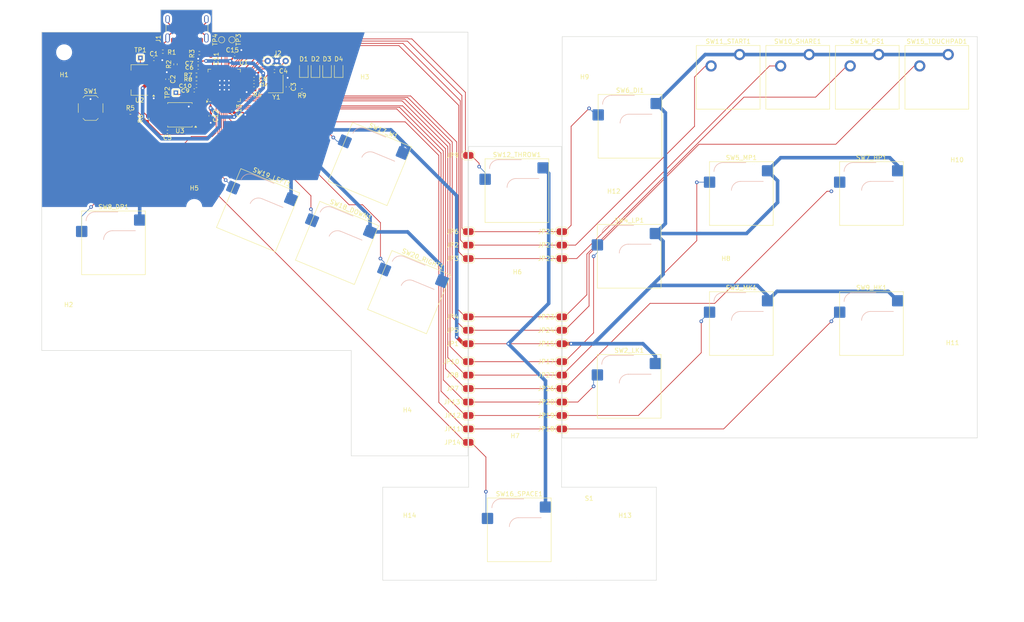
<source format=kicad_pcb>
(kicad_pcb (version 20240108) (generator "pcbnew") (generator_version "8.0")
  (layers (0 "F.Cu" signal) (31 "B.Cu" signal) (34 "B.Paste" user) (35 "F.Paste" user) (36 "B.SilkS" user "B.Silkscreen") (37 "F.SilkS" user "F.Silkscreen") (38 "B.Mask" user) (39 "F.Mask" user) (44 "Edge.Cuts" user))
  (net 0 "")
  (net 1 "VBUS")
  (net 2 "GND")
  (net 3 "+3.3V")
  (net 4 "Net-(C4-Pad2)")
  (net 5 "Net-(J1-SHIELD)")
  (net 6 "Net-(J1-CC2)")
  (net 7 "Net-(J1-CC1)")
  (net 9 "Net-(U1-GPIO25)")
  (net 11 "Net-(U1-GPIO27_ADC1)")
  (net 14 "+1V1")
  (net 15 "Net-(R5-Pad1)")
  (net 16 "Net-(U1-USB_DM)")
  (net 17 "Net-(U1-USB_DP)")
  (net 18 "/Main/XIN")
  (net 19 "/Main/XOUT")
  (net 20 "/Main/QSPI_SS")
  (net 21 "/Main/D-")
  (net 22 "/Main/D+")
  (net 23 "/Main/SWCLK")
  (net 24 "/Main/SWDIO")
  (net 25 "/Main/QSPI_SD3")
  (net 26 "/Main/QSPI_SCLK")
  (net 27 "/Main/QSPI_SD0")
  (net 28 "/Main/QSPI_SD2")
  (net 29 "/Main/QSPI_SD1")
  (net 31 "Net-(D1-K)")
  (net 35 "/Buttons/L3")
  (net 36 "/Buttons/S2")
  (net 37 "/Buttons/S1")
  (net 38 "/Buttons/A1")
  (net 39 "/Buttons/A2")
  (net 40 "/Buttons/L1")
  (net 41 "/Buttons/R1")
  (net 42 "/Buttons/B4")
  (net 43 "/Buttons/B3")
  (net 44 "/Buttons/R2")
  (net 45 "/Buttons/B2")
  (net 46 "/Buttons/B1")
  (net 47 "/Buttons/SPACE")
  (net 48 "/Main/S2")
  (net 49 "/Main/S1")
  (net 50 "/Main/A1")
  (net 51 "/Main/A2")
  (net 52 "/Main/L1")
  (net 53 "/Main/R1")
  (net 54 "/Main/B4")
  (net 55 "/Main/L3")
  (net 56 "/Main/B3")
  (net 57 "/Main/R2")
  (net 58 "/Main/B2")
  (net 59 "/Main/B1")
  (net 60 "/Main/SPACE")
  (net 61 "DOWN")
  (net 62 "RIGHT")
  (net 63 "LEFT")
  (net 64 "L2")
  (net 65 "W")
  (net 66 "Net-(JP2-B)")
  (net 67 "Net-(JP22-A)")
  (net 68 "Net-(JP23-A)")
  (net 69 "Net-(JP24-A)")
  (net 70 "Net-(JP25-A)")
  (net 71 "Net-(JP26-A)")
  (net 72 "Net-(JP27-A)")
  (net 73 "Net-(JP10-B)")
  (net 74 "Net-(JP11-B)")
  (net 75 "Net-(JP12-B)")
  (net 76 "Net-(JP13-B)")
  (net 77 "/Main/P1")
  (net 78 "/Main/P2")
  (net 79 "/Main/P3")
  (net 80 "/Main/P4")
  (footprint "PCM_Switch_Keyboard_Hotswap_Kailh:SW_Hotswap_Kailh_MX" (layer "F.Cu") (at 228.933943 90)
    (property "Reference" "SW9_HK1")
    (property "Value" "SW_Push")
  )
  (footprint "" (layer "F.Cu") (at 83.7 36.84)
    (property "Reference" "")
    (property "Value" "")
  )
  (footprint "Fightstick_Library:EdgeSolderJumper-2_P1.3mm_Bridged_RoundedPad1.0x1.5mm" (layer "F.Cu") (at 139.08 94.5)
    (property "Reference" "JP1")
    (property "Value" "SolderJumper_2_Bridged" (hide yes))
  )
  (footprint "Crystal:Crystal_SMD_3225-4Pin_3.2x2.5mm" (layer "F.Cu") (at 96.146 36.53 90)
    (property "Reference" "Y1")
    (property "Value" "12 mhz crystal")
  )
  (footprint "MountingHole:MountingHole_3.2mm_M3" (layer "F.Cu") (at 166.5 60.5)
    (property "Reference" "H12")
    (property "Value" "MountingHole")
  )
  (footprint "LED_SMD:LED_0805_2012Metric" (layer "F.Cu") (at 110.19 33.4125 90)
    (property "Reference" "D4")
    (property "Value" "LED")
  )
  (footprint "Capacitor_SMD:C_0402_1005Metric" (layer "F.Cu") (at 78 38 180)
    (property "Reference" "C9")
    (property "Value" "100n")
  )
  (footprint "" (layer "F.Cu") (at 85.732 36.84)
    (property "Reference" "")
    (property "Value" "")
  )
  (footprint "Capacitor_SMD:C_0402_1005Metric" (layer "F.Cu") (at 78.88 31.93 180)
    (property "Reference" "C7")
    (property "Value" "1u")
  )
  (footprint "MountingHole:MountingHole_3.2mm_M3" (layer "F.Cu") (at 247 98.5)
    (property "Reference" "H11")
    (property "Value" "MountingHole")
  )
  (footprint "LED_SMD:LED_0805_2012Metric" (layer "F.Cu") (at 105.01 33.4125 90)
    (property "Reference" "D2")
    (property "Value" "LED")
  )
  (footprint "PCM_Switch_Keyboard_Cherry_MX:SW_Cherry_MX_PCB" (layer "F.Cu") (at 197 35.08)
    (property "Reference" "SW11_START1")
    (property "Value" "SW_Push")
  )
  (footprint "Capacitor_SMD:C_0402_1005Metric" (layer "F.Cu") (at 91.32 35.43)
    (property "Reference" "C8")
    (property "Value" "100n")
  )
  (footprint "Fightstick_Library:SW_TS-1187A-C-A-B" (layer "F.Cu") (at 54.905 41.93)
    (property "Reference" "SW1")
    (property "Value" "Memory Reset")
  )
  (footprint "Fightstick_Library:EdgeSolderJumper-2_P1.3mm_Bridged_RoundedPad1.0x1.5mm" (layer "F.Cu") (at 159.925 113.5)
    (property "Reference" "JP18")
    (property "Value" "SolderJumper_2_Bridged" (hide yes))
  )
  (footprint "MountingHole:MountingHole_3.2mm_M3" (layer "F.Cu") (at 150 83 -90)
    (property "Reference" "H6")
    (property "Value" "MountingHole")
  )
  (footprint "Fightstick_Library:EdgeSolderJumper-2_P1.3mm_Bridged_RoundedPad1.0x1.5mm" (layer "F.Cu") (at 139.08 52.5)
    (property "Reference" "JP9")
    (property "Value" "SolderJumper_2_Bridged" (hide yes))
  )
  (footprint "" (layer "F.Cu") (at 85.732 35.824)
    (property "Reference" "")
    (property "Value" "")
  )
  (footprint "TestPoint:TestPoint_Pad_D1.0mm" (layer "F.Cu") (at 84.1 26.7 90)
    (property "Reference" "TP4")
    (property "Value" "TestPoint")
  )
  (footprint "" (layer "F.Cu") (at 85.732 37.856)
    (property "Reference" "")
    (property "Value" "")
  )
  (footprint "Resistor_SMD:R_0402_1005Metric" (layer "F.Cu") (at 92.08 37.856 180)
    (property "Reference" "R4")
    (property "Value" "1K")
  )
  (footprint "LED_SMD:LED_0805_2012Metric" (layer "F.Cu") (at 102.42 33.4125 90)
    (property "Reference" "D1")
    (property "Value" "LED")
  )
  (footprint "Fightstick_Library:EdgeSolderJumper-2_P1.3mm_Bridged_RoundedPad1.0x1.5mm" (layer "F.Cu") (at 159.925 91.5)
    (property "Reference" "JP24")
    (property "Value" "SolderJumper_2_Bridged" (hide yes))
  )
  (footprint "Capacitor_SMD:C_0402_1005Metric" (layer "F.Cu") (at 87 30)
    (property "Reference" "C15")
    (property "Value" "100n")
  )
  (footprint "Fightstick_Library:EdgeSolderJumper-2_P1.3mm_Bridged_RoundedPad1.0x1.5mm" (layer "F.Cu") (at 139.08 91.5)
    (property "Reference" "JP5")
    (property "Value" "SolderJumper_2_Bridged" (hide yes))
  )
  (footprint "Resistor_SMD:R_0402_1005Metric" (layer "F.Cu") (at 63.761 42.936)
    (property "Reference" "R5")
    (property "Value" "1K")
  )
  (footprint "Fightstick_Library:EdgeSolderJumper-2_P1.3mm_Bridged_RoundedPad1.0x1.5mm" (layer "F.Cu") (at 139.08 104.5)
    (property "Reference" "JP7")
    (property "Value" "SolderJumper_2_Bridged" (hide yes))
  )
  (footprint "Resistor_SMD:R_0402_1005Metric" (layer "F.Cu") (at 73.822 32.178 -90)
    (property "Reference" "R2")
    (property "Value" "5.1K")
  )
  (footprint "PCM_Switch_Keyboard_Hotswap_Kailh:SW_Hotswap_Kailh_MX_1.00u" (layer "F.Cu") (at 125.903943 83 -22.5)
    (property "Reference" "SW20_RIGHT1")
    (property "Value" "SW_Push")
  )
  (footprint "PCM_Switch_Keyboard_Hotswap_Kailh:SW_Hotswap_Kailh_MX_1.00u" (layer "F.Cu") (at 109.834772 72.014362 -22.5)
    (property "Reference" "SW18_DOWN1")
    (property "Value" "SW_Push")
  )
  (footprint "MountingHole:MountingHole_3.2mm_M3" (layer "F.Cu") (at 125.5 113.5)
    (property "Reference" "H4")
    (property "Value" "MountingHole")
  )
  (footprint "Fightstick_Library:LDO_AMS1117-3.3" (layer "F.Cu") (at 65.822 35.678 180)
    (property "Reference" "U2")
    (property "Value" "AMS1117-3.3_SOT223")
  )
  (footprint "Fightstick_Library:Debug_Points" (layer "F.Cu") (at 97.68 31.43 180)
    (property "Reference" "J2")
    (property "Value" "Conn_01x03_Socket")
  )
  (footprint "Fightstick_Library:EdgeSolderJumper-2_P1.3mm_Bridged_RoundedPad1.0x1.5mm" (layer "F.Cu") (at 139.08 88.5)
    (property "Reference" "JP4")
    (property "Value" "SolderJumper_2_Bridged" (hide yes))
  )
  (footprint "PCM_kikit:Board" (layer "F.Cu") (at 148.5 50.5)
    (property "Reference" "B3")
    (property "Value" "Board")
  )
  (footprint "PCM_Switch_Keyboard_Hotswap_Kailh:SW_Hotswap_Kailh_MX_1.00u" (layer "F.Cu") (at 117.124891 54.414457 -22.5)
    (property "Reference" "SW17_W1")
    (property "Value" "SW_Push")
  )
  (footprint "Capacitor_SMD:C_0402_1005Metric" (layer "F.Cu") (at 81.7 30.9 90)
    (property "Reference" "C11")
    (property "Value" "100n")
  )
  (footprint "PCM_Switch_Keyboard_Hotswap_Kailh:SW_Hotswap_Kailh_MX" (layer "F.Cu") (at 199.933943 90)
    (property "Reference" "SW3_MK1")
    (property "Value" "SW_Push")
  )
  (footprint "MountingHole:MountingHole_3.2mm_M3" (layer "F.Cu") (at 49 29.5)
    (property "Reference" "H1")
    (property "Value" "MountingHole")
  )
  (footprint "Capacitor_SMD:C_0402_1005Metric" (layer "F.Cu") (at 78.5 37 180)
    (property "Reference" "C10")
    (property "Value" "100n")
  )
  (footprint "Capacitor_SMD:C_0402_1005Metric" (layer "F.Cu") (at 78.88 32.93 180)
    (property "Reference" "C6")
    (property "Value" "1u")
  )
  (footprint "TestPoint:TestPoint_THTPad_1.0x1.0mm_Drill0.5mm" (layer "F.Cu") (at 66 30.75)
    (property "Reference" "TP1")
    (property "Value" "TestPoint")
  )
  (footprint "MountingHole:MountingHole_3.2mm_M3" (layer "F.Cu") (at 165 30.5)
    (property "Reference" "H9")
    (property "Value" "MountingHole")
  )
  (footprint "TestPoint:TestPoint_Pad_D1.0mm" (layer "F.Cu") (at 86.4 26.7 -90)
    (property "Reference" "TP3")
    (property "Value" "TestPoint")
  )
  (footprint "TestPoint:TestPoint_THTPad_1.0x1.0mm_Drill0.5mm" (layer "F.Cu") (at 73.9 38.5)
    (property "Reference" "TP2")
    (property "Value" "TestPoint")
  )
  (footprint "Capacitor_SMD:C_0402_1005Metric" (layer "F.Cu") (at 81.63 43.68 -90)
    (property "Reference" "C12")
    (property "Value" "100n")
  )
  (footprint "MountingHole:MountingHole_3.2mm_M3" (layer "F.Cu") (at 50 90)
    (property "Reference" "H2")
    (property "Value" "MountingHole")
  )
  (footprint "PCM_Switch_Keyboard_Hotswap_Kailh:SW_Hotswap_Kailh_MX" (layer "F.Cu") (at 174.933943 104)
    (property "Reference" "SW2_LK1")
    (property "Value" "SW_Push")
  )
  (footprint "PCM_Switch_Keyboard_Hotswap_Kailh:SW_Hotswap_Kailh_MX" (layer "F.Cu") (at 60 71.991696)
    (property "Reference" "SW8_DP1")
    (property "Value" "SW_Push")
  )
  (footprint "PCM_Switch_Keyboard_Hotswap_Kailh:SW_Hotswap_Kailh_MX" (layer "F.Cu") (at 149.915906 60.354124)
    (property "Reference" "SW12_THROW1")
    (property "Value" "SW_Push")
  )
  (footprint "Capacitor_SMD:C_0402_1005Metric" (layer "F.Cu") (at 98.852 37.208 -90)
    (property "Reference" "C3")
    (property "Value" "15p")
  )
  (footprint "MountingHole:MountingHole_3.2mm_M3" (layer "F.Cu") (at 174 137)
    (property "Reference" "H13")
    (property "Value" "MountingHole")
  )
  (footprint "Fightstick_Library:EdgeSolderJumper-2_P1.3mm_Bridged_RoundedPad1.0x1.5mm" (layer "F.Cu") (at 159.925 75.5)
    (property "Reference" "JP22")
    (property "Value" "SolderJumper_2_Bridged" (hide yes))
  )
  (footprint "Fightstick_Library:EdgeSolderJumper-2_P1.3mm_Bridged_RoundedPad1.0x1.5mm" (layer "F.Cu") (at 139.08 113.5)
    (property "Reference" "JP11")
    (property "Value" "SolderJumper_2_Bridged" (hide yes))
  )
  (footprint "" (layer "F.Cu") (at 84.716 37.856)
    (property "Reference" "")
    (property "Value" "")
  )
  (footprint "Fightstick_Library:EdgeSolderJumper-2_P1.3mm_Bridged_RoundedPad1.0x1.5mm" (layer "F.Cu") (at 139.08 101.5)
    (property "Reference" "JP8")
    (property "Value" "SolderJumper_2_Bridged" (hide yes))
  )
  (footprint "Resistor_SMD:R_0402_1005Metric" (layer "F.Cu") (at 78.5 34.5)
    (property "Reference" "R7")
    (property "Value" "27")
  )
  (footprint "" (layer "F.Cu") (at 84.716 35.824)
    (property "Reference" "")
    (property "Value" "")
  )
  (footprint "MountingHole:MountingHole_3.2mm_M3" (layer "F.Cu") (at 120.5 35 180)
    (property "Reference" "H3")
    (property "Value" "MountingHole")
  )
  (footprint "Fightstick_Library:EdgeSolderJumper-2_P1.3mm_Bridged_RoundedPad1.0x1.5mm" (layer "F.Cu") (at 159.925 101.5)
    (property "Reference" "JP27")
    (property "Value" "SolderJumper_2_Bridged" (hide yes))
  )
  (footprint "Resistor_SMD:R_0402_1005Metric_Pad0.72x0.64mm_HandSolder" (layer "F.Cu") (at 67.571 44.333 -90)
    (property "Reference" "R6")
    (property "Value" "DNF")
  )
  (footprint "Fightstick_Library:EdgeSolderJumper-2_P1.3mm_Bridged_RoundedPad1.0x1.5mm" (layer "F.Cu") (at 139.08 110.5)
    (property "Reference" "JP12")
    (property "Value" "SolderJumper_2_Bridged" (hide yes))
  )
  (footprint "" (layer "F.Cu") (at 84.716 36.84)
    (property "Reference" "")
    (property "Value" "")
  )
  (footprint "Fightstick_Library:EdgeSolderJumper-2_P1.3mm_Bridged_RoundedPad1.0x1.5mm" (layer "F.Cu") (at 159.925 107.5)
    (property "Reference" "JP20")
    (property "Value" "SolderJumper_2_Bridged" (hide yes))
  )
  (footprint "Fightstick_Library:EdgeSolderJumper-2_P1.3mm_Bridged_RoundedPad1.0x1.5mm" (layer "F.Cu") (at 159.925 72.5)
    (property "Reference" "JP21")
    (property "Value" "SolderJumper_2_Bridged" (hide yes))
  )
  (footprint "Fightstick_Library:EdgeSolderJumper-2_P1.3mm_Bridged_RoundedPad1.0x1.5mm" (layer "F.Cu") (at 159.925 88.5)
    (property "Reference" "JP23")
    (property "Value" "SolderJumper_2_Bridged" (hide yes))
  )
  (footprint "Capacitor_SMD:C_0402_1005Metric" (layer "F.Cu") (at 72.016 47.254)
    (property "Reference" "C5")
    (property "Value" "100n")
  )
  (footprint "Fightstick_Library:EdgeSolderJumper-2_P1.3mm_Bridged_RoundedPad1.0x1.5mm" (layer "F.Cu") (at 159.925 69.5)
    (property "Reference" "JP25")
    (property "Value" "SolderJumper_2_Bridged" (hide yes))
  )
  (footprint "MountingHole:MountingHole_3.2mm_M3" (layer "F.Cu") (at 191.5 75.5)
    (property "Reference" "H8")
    (property "Value" "MountingHole")
  )
  (footprint "LED_SMD:LED_0805_2012Metric" (layer "F.Cu") (at 107.6 33.4125 90)
    (property "Reference" "D3")
    (property "Value" "LED")
  )
  (footprint "Fightstick_Library:EdgeSolderJumper-2_P1.3mm_Bridged_RoundedPad1.0x1.5mm" (layer "F.Cu") (at 139.08 107.5)
    (property "Reference" "JP13")
    (property "Value" "SolderJumper_2_Bridged" (hide yes))
  )
  (footprint "Capacitor_SMD:C_0402_1005Metric" (layer "F.Cu") (at 86.38 42.93)
    (property "Reference" "C13")
    (property "Value" "100n")
  )
  (footprint "Package_DFN_QFN:QFN-56-1EP_7x7mm_P0.4mm_EP3.2x3.2mm" (layer "F.Cu") (at 84.678 36.878 90)
    (property "Reference" "U1")
    (property "Value" "RP2040")
  )
  (footprint "Fightstick_Library:EdgeSolderJumper-2_P1.3mm_Bridged_RoundedPad1.0x1.5mm" (layer "F.Cu") (at 139.08 69.5)
    (property "Reference" "JP6")
    (property "Value" "SolderJumper_2_Bridged" (hide yes))
  )
  (footprint "Fightstick_Library:USB_C_Receptacle_C6332272" (layer "F.Cu") (at 76.38 23.68 180)
    (property "Reference" "J1")
    (property "Value" "USB_C_Receptacle_USB2.0_14P")
  )
  (footprint "Capacitor_SMD:C_0402_1005Metric" (layer "F.Cu") (at 91.32 36.84)
    (property "Reference" "C14")
    (property "Value" "100n")
  )
  (footprint "PCM_Switch_Keyboard_Hotswap_Kailh:SW_Hotswap_Kailh_MX" (layer "F.Cu") (at 199.933943 61)
    (property "Reference" "SW5_MP1")
    (property "Value" "SW_Push")
  )
  (footprint "PCM_Switch_Keyboard_Hotswap_Kailh:SW_Hotswap_Kailh_MX" (layer "F.Cu") (at 175.114257 46.000561)
    (property "Reference" "SW6_DI1")
    (property "Value" "SW_Push")
  )
  (footprint "PCM_Mounting_Keyboard_Stabilizer:Stabilizer_Cherry_MX_2.00u" (layer "F.Cu") (at 150.44 136.01)
    (property "Reference" "S1")
    (property "Value" "~")
  )
  (footprint "Fightstick_Library:EdgeSolderJumper-2_P1.3mm_Bridged_RoundedPad1.0x1.5mm" (layer "F.Cu") (at 159.925 104.5)
    (property "Reference" "JP26")
    (property "Value" "SolderJumper_2_Bridged" (hide yes))
  )
  (footprint "Resistor_SMD:R_0402_1005Metric" (layer "F.Cu") (at 79.13 29.68)
    (property "Reference" "R3")
    (property "Value" "5.1K")
  )
  (footprint "PCM_Switch_Keyboard_Hotswap_Kailh:SW_Hotswap_Kailh_MX_1.00u" (layer "F.Cu") (at 92.234867 64.724243 -22.5)
    (property "Reference" "SW19_LEFT1")
    (property "Value" "SW_Push")
  )
  (footprint "Resistor_SMD:R_0402_1005Metric" (layer "F.Cu") (at 78.5 35.5)
    (property "Reference" "R8")
    (property "Value" "27")
  )
  (footprint "MountingHole:MountingHole_3.2mm_M3" (layer "F.Cu") (at 126 137)
    (property "Reference" "H14")
    (property "Value" "MountingHole")
  )
  (footprint "PCM_Switch_Keyboard_Hotswap_Kailh:SW_Hotswap_Kailh_MX" (layer "F.Cu") (at 174.933943 75)
    (property "Reference" "SW4_LP1")
    (property "Value" "SW_Push")
  )
  (footprint "Fightstick_Library:EdgeSolderJumper-2_P1.3mm_Bridged_RoundedPad1.0x1.5mm" (layer "F.Cu") (at 139.08 72.5)
    (property "Reference" "JP2")
    (property "Value" "SolderJumper_2_Bridged" (hide yes))
  )
  (footprint "MountingHole:MountingHole_3.2mm_M3" (layer "F.Cu") (at 248 49)
    (property "Reference" "H10")
    (property "Value" "MountingHole")
  )
  (footprint "Package_SO:SOIC-8_5.23x5.23mm_P1.27mm" (layer "F.Cu") (at 74.81 43.444 180)
    (property "Reference" "U3")
    (property "Value" "W25Q128JVSIQ")
  )
  (footprint "PCM_Switch_Keyboard_Hotswap_Kailh:SW_Hotswap_Kailh_MX" (layer "F.Cu") (at 228.933943 61)
    (property "Reference" "SW7_HP1")
    (property "Value" "SW_Push")
  )
  (footprint "Fightstick_Library:EdgeSolderJumper-2_P1.3mm_Bridged_RoundedPad1.0x1.5mm" (layer "F.Cu") (at 159.925 110.5)
    (property "Reference" "JP19")
    (property "Value" "SolderJumper_2_Bridged" (hide yes))
  )
  (footprint "MountingHole:MountingHole_3.2mm_M3" (layer "F.Cu") (at 78 64)
    (property "Reference" "H5")
    (property "Value" "MountingHole")
  )
  (footprint "PCM_Switch_Keyboard_Hotswap_Kailh:SW_Hotswap_Kailh_MX" (layer "F.Cu") (at 150.44 136.01)
    (property "Reference" "SW16_SPACE1")
    (property "Value" "SW_Push")
  )
  (footprint "MountingHole:MountingHole_3.2mm_M3" (layer "F.Cu") (at 149.5 119.25)
    (property "Reference" "H7")
    (property "Value" "MountingHole")
  )
  (footprint "PCM_Switch_Keyboard_Cherry_MX:SW_Cherry_MX_PCB" (layer "F.Cu") (at 212.5 35.08)
    (property "Reference" "SW10_SHARE1")
    (property "Value" "SW_Push")
  )
  (footprint "Resistor_SMD:R_0402_1005Metric" (layer "F.Cu") (at 102 38 180)
    (property "Reference" "R9")
    (property "Value" "330")
  )
  (footprint "" (layer "F.Cu") (at 83.7 37.856)
    (property "Reference" "")
    (property "Value" "")
  )
  (footprint "Capacitor_SMD:C_0402_1005Metric" (layer "F.Cu") (at 69 31)
    (property "Reference" "C1")
    (property "Value" "10u")
  )
  (footprint "Fightstick_Library:EdgeSolderJumper-2_P1.3mm_Bridged_RoundedPad1.0x1.5mm" (layer "F.Cu") (at 139.08 116.5)
    (property "Reference" "JP14")
    (property "Value" "SolderJumper_2_Bridged" (hide yes))
  )
  (footprint "Fightstick_Library:EdgeSolderJumper-2_P1.3mm_Bridged_RoundedPad1.0x1.5mm" (layer "F.Cu") (at 159.925 98.5)
    (property "Reference" "JP17")
    (property "Value" "SolderJumper_2_Bridged" (hide yes))
  )
  (footprint "" (layer "F.Cu") (at 83.7 35.824)
    (property "Reference" "")
    (property "Value" "")
  )
  (footprint "Fightstick_Library:EdgeSolderJumper-2_P1.3mm_Bridged_RoundedPad1.0x1.5mm" (layer "F.Cu") (at 139.08 98.5)
    (property "Reference" "JP10")
    (property "Value" "SolderJumper_2_Bridged" (hide yes))
  )
  (footprint "PCM_kikit:Board" (layer "F.Cu") (at 170 26)
    (property "Reference" "B2")
    (property "Value" "Board")
  )
  (footprint "Fightstick_Library:EdgeSolderJumper-2_P1.3mm_Bridged_RoundedPad1.0x1.5mm" (layer "F.Cu") (at 139.08 75.5)
    (property "Reference" "JP3")
    (property "Value" "SolderJumper_2_Bridged" (hide yes))
  )
  (footprint "Fightstick_Library:EdgeSolderJumper-2_P1.3mm_Bridged_RoundedPad1.0x1.5mm" (layer "F.Cu") (at 159.925 94.5)
    (property "Reference" "JP15")
    (property "Value" "SolderJumper_2_Bridged" (hide yes))
  )
  (footprint "Capacitor_SMD:C_0402_1005Metric" (layer "F.Cu") (at 72 35.5 90)
    (property "Reference" "C2")
    (property "Value" "10u")
  )
  (footprint "Capacitor_SMD:C_0402_1005Metric" (layer "F.Cu") (at 95.88 33.68 180)
    (property "Reference" "C4")
    (property "Value" "15p")
  )
  (footprint "PCM_Switch_Keyboard_Cherry_MX:SW_Cherry_MX_PCB" (layer "F.Cu") (at 243.5 35.08)
    (property "Reference" "SW15_TOUCHPAD1")
    (property "Value" "SW_Push")
  )
  (footprint "Resistor_SMD:R_0402_1005Metric" (layer "F.Cu") (at 71 29.347)
    (property "Reference" "R1")
    (property "Value" "1M")
  )
  (footprint "PCM_Switch_Keyboard_Cherry_MX:SW_Cherry_MX_PCB" (layer "F.Cu") (at 228 35.08)
    (property "Reference" "SW14_PS1")
    (property "Value" "SW_Push")
  )
  (footprint "PCM_kikit:Board" (layer "F.Cu") (at 44.25 25)
    (property "Reference" "B1")
    (property "Value" "Board")
  )
  (gr_line (start 252.53 26) (end 252.53 115.5) (stroke (width 0.1)) (layer "Edge.Cuts"))
  (gr_line (start 252.53 115.5) (end 160 115.5) (stroke (width 0.1)) (layer "Edge.Cuts"))
  (gr_line (start 139 25) (end 139 119.5) (stroke (width 0.1)) (layer "Edge.Cuts"))
  (gr_line (start 160 26) (end 160 115.5) (stroke (width 0.1)) (layer "Edge.Cuts"))
  (gr_line (start 159.86 126.5) (end 181 126.5) (stroke (width 0.1)) (layer "Edge.Cuts"))
  (gr_line (start 113 96) (end 44 96) (stroke (width 0.1)) (layer "Edge.Cuts"))
  (gr_line (start 120 147.25) (end 181 147.25) (stroke (width 0.1)) (layer "Edge.Cuts"))
  (gr_line (start 113 119.5) (end 113 96) (stroke (width 0.1)) (layer "Edge.Cuts"))
  (gr_line (start 82 25) (end 82 20) (stroke (width 0.1)) (layer "Edge.Cuts"))
  (gr_line (start 82 20) (end 70.5 20) (stroke (width 0.1)) (layer "Edge.Cuts"))
  (gr_line (start 139.15 50.5) (end 159.86 50.5) (stroke (width 0.1)) (layer "Edge.Cuts"))
  (gr_line (start 139 25) (end 82 25) (stroke (width 0.1)) (layer "Edge.Cuts"))
  (gr_line (start 70.5 20) (end 70.5 25) (stroke (width 0.1)) (layer "Edge.Cuts"))
  (gr_line (start 139 119.5) (end 113 119.5) (stroke (width 0.1)) (layer "Edge.Cuts"))
  (gr_line (start 181 147.25) (end 181 126.5) (stroke (width 0.1)) (layer "Edge.Cuts"))
  (gr_line (start 252.53 26) (end 160 26) (stroke (width 0.1)) (layer "Edge.Cuts"))
  (gr_line (start 120 126.5) (end 120 147.25) (stroke (width 0.1)) (layer "Edge.Cuts"))
  (gr_line (start 159.86 50.5) (end 159.86 126.5) (stroke (width 0.1)) (layer "Edge.Cuts"))
  (gr_line (start 120 126.5) (end 139.15 126.5) (stroke (width 0.1)) (layer "Edge.Cuts"))
  (gr_line (start 139.15 50.5) (end 139.15 126.5) (stroke (width 0.1)) (layer "Edge.Cuts"))
  (gr_line (start 70.5 25) (end 44 25) (stroke (width 0.1)) (layer "Edge.Cuts"))
  (gr_line (start 44 25) (end 44 96) (stroke (width 0.1)) (layer "Edge.Cuts"))
  (segment (start 73.98 26.86259) (end 73.98 27.315) (width 0.2) (layer "F.Cu") (net 1))
  (segment (start 73.98 26.295001) (end 74.745001 25.53) (width 0.2) (layer "F.Cu") (net 1))
  (segment (start 68.52 32.926) (end 68.972 33.378) (width 0.2) (layer "F.Cu") (net 1))
  (segment (start 69.302 33.048) (end 68.972 33.378) (width 0.2) (layer "F.Cu") (net 1))
  (segment (start 70.172 33.378) (end 73.98 29.57) (width 0.2) (layer "F.Cu") (net 1))
  (segment (start 78.78 26.28) (end 78.78 26.865) (width 0.2) (layer "F.Cu") (net 1))
  (segment (start 73.98 26.865) (end 73.98 26.295001) (width 0.2) (layer "F.Cu") (net 1))
  (segment (start 68.972 33.378) (end 70.172 33.378) (width 0.2) (layer "F.Cu") (net 1))
  (segment (start 74.745001 25.53) (end 78.03 25.53) (width 0.2) (layer "F.Cu") (net 1))
  (segment (start 73.98 29.57) (end 73.98 27.4) (width 0.2) (layer "F.Cu") (net 1))
  (segment (start 78.78 27.315) (end 78.78 26.745001) (width 0.2) (layer "F.Cu") (net 1))
  (segment (start 78.03 25.53) (end 78.78 26.28) (width 0.2) (layer "F.Cu") (net 1))
  (segment (start 68.52 31) (end 68.52 32.926) (width 0.2) (layer "F.Cu") (net 1))
  (segment (start 139.73 94.5) (end 159.275 94.5) (width 0.15) (layer "F.Cu") (net 2))
  (segment (start 78.4 31.93) (end 78.4 31.41) (width 0.2) (layer "F.Cu") (net 2))
  (segment (start 79.58 27.4) (end 79.58 29.37) (width 0.2) (layer "F.Cu") (net 2))
  (segment (start 88.5 29) (end 88.48 29) (width 0.2) (layer "F.Cu") (net 2))
  (segment (start 91.8 36.84) (end 92.079999 36.84) (width 0.2) (layer "F.Cu") (net 2))
  (segment (start 76.82 37.3) (end 69.65 37.3) (width 0.2) (layer "F.Cu") (net 2))
  (segment (start 81.668 44.198) (end 81.63 44.16) (width 0.2) (layer "F.Cu") (net 2))
  (segment (start 95.296 37.63) (end 95.296 37.53) (width 0.2) (layer "F.Cu") (net 2))
  (segment (start 68.968 39.761) (end 68.968 37.982) (width 0.2) (layer "F.Cu") (net 2))
  (segment (start 86.86 42.93) (end 88.88 42.93) (width 0.2) (layer "F.Cu") (net 2))
  (segment (start 95.296 37.53) (end 96.996 35.83) (width 0.2) (layer "F.Cu") (net 2))
  (segment (start 81.7 30.42) (end 79.39 30.42) (width 0.2) (layer "F.Cu") (net 2))
  (segment (start 69.65 37.3) (end 68.972 37.978) (width 0.2) (layer "F.Cu") (net 2))
  (segment (start 91.8 34.51) (end 91.88 34.43) (width 0.2) (layer "F.Cu") (net 2))
  (segment (start 95.296 37.63) (end 95.296 37.73) (width 0.2) (layer "F.Cu") (net 2))
  (segment (start 70.621 31) (end 70.873 31.252) (width 0.2) (layer "F.Cu") (net 2))
  (segment (start 98.852 35.228) (end 98.813 35.189) (width 0.2) (layer "F.Cu") (net 2))
  (segment (start 68.968 37.982) (end 68.972 37.978) (width 0.2) (layer "F.Cu") (net 2))
  (segment (start 101.49 37.866) (end 98.813 35.189) (width 0.25) (layer "F.Cu") (net 2))
  (segment (start 88.1155 37.878) (end 89.183 37.878) (width 0.2) (layer "F.Cu") (net 2))
  (segment (start 79.64 29.68) (end 79.64 30.17) (width 0.2) (layer "F.Cu") (net 2))
  (segment (start 94.007975 33.188) (end 93.122 33.188) (width 0.2) (layer "F.Cu") (net 2))
  (segment (start 76.7785 41.6025) (end 76.842 41.539) (width 0.2) (layer "F.Cu") (net 2))
  (segment (start 69.48 31) (end 70.621 31) (width 0.2) (layer "F.Cu") (net 2))
  (segment (start 72 35.02) (end 72 34.05) (width 0.2) (layer "F.Cu") (net 2))
  (segment (start 78.02 37) (end 77.77 36.75) (width 0.2) (layer "F.Cu") (net 2))
  (segment (start 54.88 39.93) (end 55.005 40.055) (width 0.15) (layer "F.Cu") (net 2))
  (segment (start 91.8 35.43) (end 91.8 34.51) (width 0.2) (layer "F.Cu") (net 2))
  (segment (start 97.304 33.68) (end 96.36 33.68) (width 0.2) (layer "F.Cu") (net 2))
  (segment (start 89.183 37.878) (end 89.669 38.364) (width 0.2) (layer "F.Cu") (net 2))
  (segment (start 78.4 31.41) (end 78.88 30.93) (width 0.2) (layer "F.Cu") (net 2))
  (segment (start 84.64 36.84) (end 84.678 36.878) (width 0.8) (layer "F.Cu") (net 2))
  (segment (start 77.52 38) (end 76.82 37.3) (width 0.2) (layer "F.Cu") (net 2))
  (segment (start 71.51 30.615) (end 70.873 31.252) (width 0.2) (layer "F.Cu") (net 2))
  (segment (start 79.64 30.17) (end 78.88 30.93) (width 0.2) (layer "F.Cu") (net 2))
  (segment (start 92.079999 36.84) (end 94.38 34.539999) (width 0.2) (layer "F.Cu") (net 2))
  (segment (start 71.51 29.347) (end 71.51 30.615) (width 0.2) (layer "F.Cu") (net 2))
  (segment (start 77.77 36.75) (end 70.2 36.75) (width 0.2) (layer "F.Cu") (net 2))
  (segment (start 78.4 32.93) (end 78.4 31.93) (width 0.2) (layer "F.Cu") (net 2))
  (segment (start 71.88 33.93) (end 73.122 32.688) (width 0.2) (layer "F.Cu") (net 2))
  (segment (start 88.48 29) (end 87.48 30) (width 0.2) (layer "F.Cu") (net 2))
  (segment (start 97.237 35.189) (end 96.996 35.43) (width 0.2) (layer "F.Cu") (net 2))
  (segment (start 54.755 40.055) (end 54.88 39.93) (width 0.15) (layer "F.Cu") (net 2))
  (segment (start 98.852 36.728) (end 98.852 35.228) (width 0.2) (layer "F.Cu") (net 2))
  (segment (start 88.88 42.93) (end 89.38 43.43) (width 0.2) (layer "F.Cu") (net 2))
  (segment (start 101.49 38) (end 101.49 37.866) (width 0.25) (layer "F.Cu") (net 2))
  (segment (start 162 94.5) (end 160.575 94.5) (width 0.8) (layer "F.Cu") (net 2))
  (segment (start 96.996 35.83) (end 96.996 35.43) (width 0.2) (layer "F.Cu") (net 2))
  (segment (start 138 94.5) (end 136.5 93) (width 0.8) (layer "F.Cu") (net 2))
  (segment (start 81.668 45.222) (end 81.668 44.198) (width 0.2) (layer "F.Cu") (net 2))
  (segment (start 94.38 33.560025) (end 94.007975 33.188) (width 0.2) (layer "F.Cu") (net 2))
  (segment (start 138.43 94.5) (end 138 94.5) (width 0.8) (layer "F.Cu") (net 2))
  (segment (start 79.39 30.42) (end 78.88 30.93) (width 0.2) (layer "F.Cu") (net 2))
  (segment (start 51.905 40.055) (end 54.755 40.055) (width 0.15) (layer "F.Cu") (net 2))
  (segment (start 73.18 28.945) (end 73.18 27.4) (width 0.2) (layer "F.Cu") (net 2))
  (segment (start 98.813 35.189) (end 97.237 35.189) (width 0.2) (layer "F.Cu") (net 2))
  (segment (start 94.38 34.539999) (end 94.38 33.560025) (width 0.2) (layer "F.Cu") (net 2))
  (segment (start 55.005 40.055) (end 57.905 40.055) (width 0.15) (layer "F.Cu") (net 2))
  (segment (start 76.7785 41.6025) (end 72.496 45.885) (width 0.2) (layer "F.Cu") (net 2))
  (segment (start 93.122 33.188) (end 91.88 34.43) (width 0.2) (layer "F.Cu") (net 2))
  (segment (start 72 34.05) (end 71.88 33.93) (width 0.2) (layer "F.Cu") (net 2))
  (segment (start 70.2 36.75) (end 68.972 37.978) (width 0.2) (layer "F.Cu") (net 2))
  (segment (start 70.873 31.252) (end 73.18 28.945) (width 0.2) (layer "F.Cu") (net 2))
  (segment (start 84.716 36.84) (end 84.64 36.84) (width 0.8) (layer "F.Cu") (net 2))
  (segment (start 72.496 45.885) (end 72.496 47.254) (width 0.2) (layer "F.Cu") (net 2))
  (segment (start 76.842 41.539) (end 78.41 41.539) (width 0.2) (layer "F.Cu") (net 2))
  (segment (start 98.813 35.189) (end 97.304 33.68) (width 0.2) (layer "F.Cu") (net 2))
  (segment (start 79.58 29.37) (end 79.64 29.43) (width 0.2) (layer "F.Cu") (net 2))
  (segment (start 73.122 32.688) (end 73.822 32.688) (width 0.2) (layer "F.Cu") (net 2))
  (segment (start 84.716 36.916) (end 84.716 36.84) (width 0.8) (layer "F.Cu") (net 2))
  (via (at 89.38 43.43) (size 0.8) (drill 0.4) (layers "F.Cu" "B.Cu") (net 2))
  (via (at 88.5 29) (size 0.8) (drill 0.4) (layers "F.Cu" "B.Cu") (net 2))
  (via (at 76.7785 41.6025) (size 0.8) (drill 0.4) (layers "F.Cu" "B.Cu") (net 2))
  (via (at 71.88 33.93) (size 0.8) (drill 0.4) (layers "F.Cu" "B.Cu") (net 2))
  (via (at 81.668 45.222) (size 0.8) (drill 0.4) (layers "F.Cu" "B.Cu") (net 2))
  (via (at 136.5 93) (size 0.8) (drill 0.4) (layers "F.Cu" "B.Cu") (net 2))
  (via (at 70.873 31.252) (size 0.8) (drill 0.4) (layers "F.Cu" "B.Cu") (net 2))
  (via (at 89.669 38.364) (size 0.8) (drill 0.4) (layers "F.Cu" "B.Cu") (net 2))
  (via (at 148 94.5) (size 0.8) (drill 0.4) (layers "F.Cu" "B.Cu") (net 2))
  (via (at 91.88 34.43) (size 0.8) (drill 0.4) (layers "F.Cu" "B.Cu") (net 2))
  (via (at 162 94.5) (size 0.8) (drill 0.4) (layers "F.Cu" "B.Cu") (net 2))
  (via (at 54.88 39.93) (size 0.8) (drill 0.4) (layers "F.Cu" "B.Cu") (net 2))
  (via (at 78.88 30.93) (size 0.8) (drill 0.4) (layers "F.Cu" "B.Cu") (net 2))
  (via (at 68.968 39.761) (size 0.8) (drill 0.4) (layers "F.Cu" "B.Cu") (net 2))
  (via (at 98.813 35.189) (size 0.8) (drill 0.4) (layers "F.Cu" "B.Cu") (net 2))
  (segment (start 117.176108 66.176108) (end 105 54) (width 0.8) (layer "B.Cu") (net 2))
  (segment (start 208 63) (end 201.08 69.92) (width 0.8) (layer "B.Cu") (net 2))
  (segment (start 233 53) (end 208.695943 53) (width 0.8) (layer "B.Cu") (net 2))
  (segment (start 207.880943 82.815) (end 205.775943 84.92) (width 0.8) (layer "B.Cu") (net 2))
  (segment (start 183 42.964304) (end 180.956257 40.920561) (width 0.8) (layer "B.Cu") (net 2))
  (segment (start 208.695943 53) (end 205.775943 55.92) (width 0.8) (layer "B.Cu") (net 2))
  (segment (start 201.08 69.92) (end 190.775943 69.92) (width 0.8) (layer "B.Cu") (net 2))
  (segment (start 178 94.5) (end 162 94.5) (width 0.8) (layer "B.Cu") (net 2))
  (segment (start 167 94.5) (end 162 94.5) (width 0.8) (layer "B.Cu") (net 2))
  (segment (start 234.775943 84.92) (end 232.670943 82.815) (width 0.8) (layer "B.Cu") (net 2))
  (segment (start 182.5 79) (end 167 94.5) (width 0.8) (layer "B.Cu") (net 2))
  (segment (start 124.466227 51.956786) (end 124.466227 49.466227) (width 0.8) (layer "B.Cu") (net 2))
  (segment (start 234.775943 54.775943) (end 233 53) (width 0.8) (layer "B.Cu") (net 2))
  (segment (start 157 56.516218) (end 155.757906 55.274124) (width 0.8) (layer "B.Cu") (net 2))
  (segment (start 124.466227 49.466227) (end 121.8 46.8) (width 0.8) (layer "B.Cu") (net 2))
  (segment (start 121.8 46.8) (end 108.2 46.8) (width 0.8) (layer "B.Cu") (net 2))
  (segment (start 191.876818 30) (end 180.956257 40.920561) (width 0.8) (layer "B.Cu") (net 2))
  (segment (start 117.176108 69.556691) (end 117.176108 66.176108) (width 0.8) (layer "B.Cu") (net 2))
  (segment (start 99.576203 62.266572) (end 99.576203 57.076203) (width 0.8) (layer "B.Cu") (net 2))
  (segment (start 180.775943 98.92) (end 180.775943 97.275943) (width 0.8) (layer "B.Cu") (net 2))
  (segment (start 246.04 30) (end 199.54 30) (width 0.8) (layer "B.Cu") (net 2))
  (segment (start 148 94.5) (end 157 85.5) (width 0.8) (layer "B.Cu") (net 2))
  (segment (start 232.670943 82.815) (end 207.880943 82.815) (width 0.8) (layer "B.Cu") (net 2))
  (segment (start 205.775943 55.92) (end 208 58.144057) (width 0.8) (layer "B.Cu") (net 2))
  (segment (start 136.5 61.5) (end 121.8 46.8) (width 0.8) (layer "B.Cu") (net 2))
  (segment (start 234.775943 55.92) (end 234.775943 54.775943) (width 0.8) (layer "B.Cu") (net 2))
  (segment (start 133.245279 80.542329) (end 133.245279 77.245279) (width 0.8) (layer "B.Cu") (net 2))
  (segment (start 182.5 71.644057) (end 182.5 79) (width 0.8) (layer "B.Cu") (net 2))
  (segment (start 180.775943 69.92) (end 182.5 71.644057) (width 0.8) (layer "B.Cu") (net 2))
  (segment (start 180.775943 97.275943) (end 178 94.5) (width 0.8) (layer "B.Cu") (net 2))
  (segment (start 65.842 63.158) (end 66 63) (width 0.8) (layer "B.Cu") (net 2))
  (segment (start 156.282 130.93) (end 156.282 102.782) (width 0.8) (layer "B.Cu") (net 2))
  (segment (start 180.775943 69.92) (end 183 67.695943) (width 0.8) (layer "B.Cu") (net 2))
  (segment (start 199.54 30) (end 191.876818 30) (width 0.8) (layer "B.Cu") (net 2))
  (segment (start 208 58.144057) (end 208 63) (width 0.8) (layer "B.Cu") (net 2))
  (segment (start 157 85.5) (end 157 56.516218) (width 0.8) (layer "B.Cu") (net 2))
  (segment (start 65.842 66.911696) (end 65.842 63.158) (width 0.8) (layer "B.Cu") (net 2))
  (segment (start 205.775943 83.775943) (end 203.5 81.5) (width 0.8) (layer "B.Cu") (net 2))
  (segment (start 203.5 81.5) (end 180 81.5) (width 0.8) (layer "B.Cu") (net 2))
  (segment (start 156.282 102.782) (end 148 94.5) (width 0.8) (layer "B.Cu") (net 2))
  (segment (start 136.5 93) (end 136.5 61.5) (width 0.8) (layer "B.Cu") (net 2))
  (segment (start 205.775943 84.92) (end 205.775943 83.775943) (width 0.8) (layer "B.Cu") (net 2))
  (segment (start 180.775943 69.92) (end 190.775943 69.92) (width 0.8) (layer "B.Cu") (net 2))
  (segment (start 125.556691 69.556691) (end 117.176108 69.556691) (width 0.8) (layer "B.Cu") (net 2))
  (segment (start 133.245279 77.245279) (end 125.556691 69.556691) (width 0.8) (layer "B.Cu") (net 2))
  (segment (start 180 81.5) (end 167 94.5) (width 0.8) (layer "B.Cu") (net 2))
  (segment (start 183 67.695943) (end 183 42.964304) (width 0.8) (layer "B.Cu") (net 2))
  (segment (start 68.972 35.678) (end 66 32.706) (width 0.2) (layer "F.Cu") (net 3))
  (segment (start 81.63 42.968) (end 81.862 43.2) (width 0.2) (layer "F.Cu") (net 3))
  (segment (start 86.52 30) (end 86.52 30.91) (width 0.2) (layer "F.Cu") (net 3))
  (segment (start 87.58164 35.078) (end 88.1155 35.078) (width 0.2) (layer "F.Cu") (net 3))
  (segment (start 81.7 31.4) (end 82.078 31.778) (width 0.2) (layer "F.Cu") (net 3))
  (segment (start 91.5 36.18) (end 90.84 36.84) (width 0.2) (layer "F.Cu") (net 3))
  (segment (start 69.09 35.796) (end 68.972 35.678) (width 0.2) (layer "F.Cu") (net 3))
  (segment (start 86.52 30.91) (end 86 31.43) (width 0.2) (layer "F.Cu") (net 3))
  (segment (start 86.91164 34.408) (end 87.58164 35.078) (width 0.2) (layer "F.Cu") (net 3))
  (segment (start 82.078 31.778) (end 82.078 33.4405) (width 0.2) (layer "F.Cu") (net 3))
  (segment (start 81.2405 36.678) (end 80 36.678) (width 0.2) (layer "F.Cu") (net 3))
  (segment (start 90.84 36.84) (end 90.678 36.678) (width 0.2) (layer "F.Cu") (net 3))
  (segment (start 80.63 31.43) (end 79.86 31.43) (width 0.2) (layer "F.Cu") (net 3))
  (segment (start 93.38 34.786134) (end 91.986134 36.18) (width 0.2) (layer "F.Cu") (net 3))
  (segment (start 67.571 43.7355) (end 69.1845 45.349) (width 0.2) (layer "F.Cu") (net 3))
  (segment (start 66.5 42.6645) (end 66.5 37.5) (width 0.2) (layer "F.Cu") (net 3))
  (segment (start 81.63 41.93) (end 81.63 42.968) (width 0.2) (layer "F.Cu") (net 3))
  (segment (start 74.23 35.98) (end 72 35.98) (width 0.2) (layer "F.Cu") (net 3))
  (segment (start 81.2405 34.678) (end 81.2405 34.278) (width 0.2) (layer "F.Cu") (net 3))
  (segment (start 69.632 35.98) (end 72 35.98) (width 0.2) (layer "F.Cu") (net 3))
  (segment (start 69.1845 45.349) (end 71.21 45.349) (width 0.2) (layer "F.Cu") (net 3))
  (segment (start 85.678 33.4405) (end 85.678 33.97436) (width 0.2) (layer "F.Cu") (net 3))
  (segment (start 69.204 35.91) (end 68.972 35.678) (width 0.3) (layer "F.Cu") (net 3))
  (segment (start 85.678 31.752) (end 85.678 33.4405) (width 0.2) (layer "F.Cu") (net 3))
  (segment (start 81.7 31.38) (end 80.68 31.38) (width 0.2) (layer "F.Cu") (net 3))
  (segment (start 74.5 36.25) (end 74.23 35.98) (width 0.2) (layer "F.Cu") (net 3))
  (segment (start 80.4 36.278) (end 80 36.678) (width 0.2) (layer "F.Cu") (net 3))
  (segment (start 81.7 31.38) (end 81.7 31.4) (width 0.2) (layer "F.Cu") (net 3))
  (segment (start 71.536 45.675) (end 71.536 47.254) (width 0.2) (layer "F.Cu") (net 3))
  (segment (start 71.21 45.349) (end 71.536 45.675) (width 0.2) (layer "F.Cu") (net 3))
  (segment (start 80 36.678) (end 79.302 36.678) (width 0.2) (layer "F.Cu") (net 3))
  (segment (start 93.38 34.18) (end 93.38 34.786134) (width 0.2) (layer "F.Cu") (net 3))
  (segment (start 81.2405 34.678) (end 81.2405 33.8105) (width 0.2) (layer "F.Cu") (net 3))
  (segment (start 79.86 31.43) (end 79.36 31.93) (width 0.2) (layer "F.Cu") (net 3))
  (segment (start 81.63 41.93) (end 81.63 40.7635) (width 0.2) (layer "F.Cu") (net 3))
  (segment (start 78.25 36.25) (end 74.5 36.25) (width 0.2) (layer "F.Cu") (net 3))
  (segment (start 68.972 35.678) (end 69.33 35.678) (width 0.2) (layer "F.Cu") (net 3))
  (segment (start 79.302 36.678) (end 78.98 37) (width 0.2) (layer "F.Cu") (net 3))
  (segment (start 66 32.706) (end 66 30.75) (width 0.2) (layer "F.Cu") (net 3))
  (segment (start 86.11164 34.408) (end 86.91164 34.408) (width 0.2) (layer "F.Cu") (net 3))
  (segment (start 86 31.43) (end 85.678 31.752) (width 0.2) (layer "F.Cu") (net 3))
  (segment (start 80.68 31.38) (end 80.63 31.43) (width 0.2) (layer "F.Cu") (net 3))
  (segment (start 86.88 43.91) (end 85.9 42.93) (width 0.2) (layer "F.Cu") (net 3))
  (segment (start 86.88 43.93) (end 86.88 43.91) (width 0.2) (layer "F.Cu") (net 3))
  (segment (start 85.678 42.026) (end 85.678 40.3155) (width 0.2) (layer "F.Cu") (net 3))
  (segment (start 91.986134 36.18) (end 91.5 36.18) (width 0.2) (layer "F.Cu") (net 3))
  (segment (start 85.678 33.97436) (end 86.11164 34.408) (width 0.2) (layer "F.Cu") (net 3))
  (segment (start 78.98 37) (end 78.98 36.98) (width 0.2) (layer "F.Cu") (net 3))
  (segment (start 81.2405 33.8105) (end 79.36 31.93) (width 0.2) (layer "F.Cu") (net 3))
  (segment (start 78.98 36.98) (end 78.25 36.25) (width 0.2) (layer "F.Cu") (net 3))
  (segment (start 68.972 35.678) (end 68.322 35.678) (width 0.8) (layer "F.Cu") (net 3))
  (segment (start 85.9 42.93) (end 85.9 42.248) (width 0.2) (layer "F.Cu") (net 3))
  (segment (start 81.63 40.7635) (end 82.078 40.3155) (width 0.2) (layer "F.Cu") (net 3))
  (segment (start 90.678 36.678) (end 88.1155 36.678) (width 0.2) (layer "F.Cu") (net 3))
  (segment (start 69.33 35.678) (end 69.632 35.98) (width 0.2) (layer "F.Cu") (net 3))
  (segment (start 68.322 35.678) (end 66.5 37.5) (width 0.8) (layer "F.Cu") (net 3))
  (segment (start 85.9 42.248) (end 85.678 42.026) (width 0.2) (layer "F.Cu") (net 3))
  (segment (start 67.571 43.7355) (end 66.5 42.6645) (width 0.2) (layer "F.Cu") (net 3))
  (segment (start 81.2405 36.278) (end 80.4 36.278) (width 0.2) (layer "F.Cu") (net 3))
  (via (at 66.5 37.5) (size 0.8) (drill 0.4) (layers "F.Cu" "B.Cu") (net 3))
  (via (at 81.63 41.93) (size 0.8) (drill 0.4) (layers "F.Cu" "B.Cu") (net 3))
  (via (at 93.38 34.18) (size 0.8) (drill 0.4) (layers "F.Cu" "B.Cu") (net 3))
  (via (at 80.63 31.43) (size 0.8) (drill 0.4) (layers "F.Cu" "B.Cu") (net 3))
  (via (at 86.88 43.93) (size 0.8) (drill 0.4) (layers "F.Cu" "B.Cu") (net 3))
  (via (at 86 31.43) (size 0.8) (drill 0.4) (layers "F.Cu" "B.Cu") (net 3))
  (segment (start 91.13 31.93) (end 93.38 34.18) (width 0.8) (layer "B.Cu") (net 3))
  (segment (start 83.63 46.054) (end 83.63 43.93) (width 0.8) (layer "B.Cu") (net 3))
  (segment (start 93.38 37.43) (end 86.88 43.93) (width 0.8) (layer "B.Cu") (net 3))
  (segment (start 93.38 34.18) (end 93.38 37.43) (width 0.8) (layer "B.Cu") (net 3))
  (segment (start 70.746 48.778) (end 80.906 48.778) (width 0.8) (layer "B.Cu") (net 3))
  (segment (start 86 31.43) (end 80.63 31.43) (width 0.8) (layer "B.Cu") (net 3))
  (segment (start 86.88 43.93) (end 83.63 43.93) (width 0.8) (layer "B.Cu") (net 3))
  (segment (start 66.5 44.532) (end 70.746 48.778) (width 0.8) (layer "B.Cu") (net 3))
  (segment (start 86 31.43) (end 86.5 31.93) (width 0.8) (layer "B.Cu") (net 3))
  (segment (start 66.5 37.5) (end 66.5 44.532) (width 0.8) (layer "B.Cu") (net 3))
  (segment (start 83.63 43.93) (end 81.63 41.93) (width 0.8) (layer "B.Cu") (net 3))
  (segment (start 80.906 48.778) (end 83.63 46.054) (width 0.8) (layer "B.Cu") (net 3))
  (segment (start 86.5 31.93) (end 91.13 31.93) (width 0.8) (layer "B.Cu") (net 3))
  (segment (start 92.87 37.856) (end 92.59 37.856) (width 0.15) (layer "F.Cu") (net 4))
  (segment (start 95.296 35.43) (end 92.87 37.856) (width 0.15) (layer "F.Cu") (net 4))
  (segment (start 95.4 35.326) (end 95.296 35.43) (width 0.15) (layer "F.Cu") (net 4))
  (segment (start 95.4 33.93) (end 95.4 35.326) (width 0.15) (layer "F.Cu") (net 4))
  (segment (start 80.7 26.28) (end 80.7 26.03) (width 0.2) (layer "F.Cu") (net 5))
  (segment (start 70.49 29.347) (end 70.49 28.265) (width 0.2) (layer "F.Cu") (net 5))
  (segment (start 72.06 22.83) (end 73.66 24.43) (width 0.2) (layer "F.Cu") (net 5))
  (segment (start 72.06 22.1) (end 72.06 22.83) (width 0.2) (layer "F.Cu") (net 5))
  (segment (start 79.1 24.43) (end 73.66 24.43) (width 0.2) (layer "F.Cu") (net 5))
  (segment (start 72.06 26.03) (end 72.06 26.28) (width 0.2) (layer "F.Cu") (net 5))
  (segment (start 80.7 22.1) (end 80.7 22.83) (width 0.2) (layer "F.Cu") (net 5))
  (segment (start 80.7 22.83) (end 79.1 24.43) (width 0.2) (layer "F.Cu") (net 5))
  (segment (start 70.49 28.265) (end 72.06 26.695) (width 0.2) (layer "F.Cu") (net 5))
  (segment (start 80.7 26.03) (end 79.1 24.43) (width 0.2) (layer "F.Cu") (net 5))
  (segment (start 73.66 24.43) (end 72.06 26.03) (width 0.2) (layer "F.Cu") (net 5))
  (segment (start 73.822 31.668) (end 74.63 30.86) (width 0.2) (layer "F.Cu") (net 6))
  (segment (start 74.63 30.86) (end 74.63 27.4) (width 0.2) (layer "F.Cu") (net 6))
  (segment (start 78.62 29.68) (end 78.62 29.17) (width 0.15) (layer "F.Cu") (net 7))
  (segment (start 78.62 29.17) (end 77.63 28.18) (width 0.15) (layer "F.Cu") (net 7))
  (segment (start 77.63 28.18) (end 77.63 27.4) (width 0.15) (layer "F.Cu") (net 7))
  (segment (start 86.4 26.7) (end 86 26.7) (width 0.15) (layer "F.Cu") (net 9))
  (segment (start 84.078 28.622) (end 84.078 33.4405) (width 0.15) (layer "F.Cu") (net 9))
  (segment (start 86 26.7) (end 84.078 28.622) (width 0.15) (layer "F.Cu") (net 9))
  (segment (start 83.278 33.4405) (end 83.278 27.522) (width 0.15) (layer "F.Cu") (net 11))
  (segment (start 83.278 27.522) (end 84.1 26.7) (width 0.15) (layer "F.Cu") (net 11))
  (segment (start 78.916134 38) (end 78.48 38) (width 0.2) (layer "F.Cu") (net 14))
  (segment (start 81.77436 37.078) (end 81.2405 37.078) (width 0.2) (layer "F.Cu") (net 14))
  (segment (start 81.978 36.87436) (end 81.77436 37.078) (width 0.2) (layer "F.Cu") (net 14))
  (segment (start 81.2405 37.078) (end 79.838134 37.078) (width 0.2) (layer "F.Cu") (net 14))
  (segment (start 79.36 33.73136) (end 79.36 32.93) (width 0.2) (layer "F.Cu") (net 14))
  (segment (start 81.77436 35.078) (end 81.978 35.28164) (width 0.2) (layer "F.Cu") (net 14))
  (segment (start 81.2405 35.078) (end 81.77436 35.078) (width 0.2) (layer "F.Cu") (net 14))
  (segment (start 81.978 35.28164) (end 81.978 36.87436) (width 0.2) (layer "F.Cu") (net 14))
  (segment (start 87.45964 36.278) (end 88.1155 36.278) (width 0.2) (layer "F.Cu") (net 14))
  (segment (start 87.002 35.82036) (end 87.45964 36.278) (width 0.2) (layer "F.Cu") (net 14))
  (segment (start 77.58 38.9) (end 78.48 38) (width 0.2) (layer "F.Cu") (net 14))
  (segment (start 86.682 34.808) (end 87.002 35.128) (width 0.2) (layer "F.Cu") (net 14))
  (segment (start 73.9 38.5) (end 74.3 38.9) (width 0.2) (layer "F.Cu") (net 14))
  (segment (start 89.992 36.278) (end 90.84 35.43) (width 0.2) (layer "F.Cu") (net 14))
  (segment (start 79.838134 37.078) (end 78.916134 38) (width 0.2) (layer "F.Cu") (net 14))
  (segment (start 81.2405 35.078) (end 80.70664 35.078) (width 0.2) (layer "F.Cu") (net 14))
  (segment (start 82.43 34.808) (end 86.682 34.808) (width 0.2) (layer "F.Cu") (net 14))
  (segment (start 74.3 38.9) (end 77.58 38.9) (width 0.2) (layer "F.Cu") (net 14))
  (segment (start 80.70664 35.078) (end 79.36 33.73136) (width 0.2) (layer "F.Cu") (net 14))
  (segment (start 82.16 35.078) (end 82.43 34.808) (width 0.2) (layer "F.Cu") (net 14))
  (segment (start 88.1155 36.278) (end 89.992 36.278) (width 0.2) (layer "F.Cu") (net 14))
  (segment (start 81.2405 35.078) (end 82.16 35.078) (width 0.2) (layer "F.Cu") (net 14))
  (segment (start 87.002 35.128) (end 87.002 35.82036) (width 0.2) (layer "F.Cu") (net 14))
  (segment (start 63.245 42.93) (end 63.251 42.936) (width 0.15) (layer "F.Cu") (net 15))
  (segment (start 57.905 43.805) (end 51.905 43.805) (width 0.15) (layer "F.Cu") (net 15))
  (segment (start 57.905 43.805) (end 62.382 43.805) (width 0.15) (layer "F.Cu") (net 15))
  (segment (start 62.382 43.805) (end 63.251 42.936) (width 0.15) (layer "F.Cu") (net 15))
  (segment (start 81.2405 35.478) (end 79.988 35.478) (width 0.2) (layer "F.Cu") (net 16))
  (segment (start 79.988 35.478) (end 79.01 34.5) (width 0.2) (layer "F.Cu") (net 16))
  (segment (start 81.2405 35.878) (end 79.388 35.878) (width 0.2) (layer "F.Cu") (net 17))
  (segment (start 79.388 35.878) (end 79.01 35.5) (width 0.2) (layer "F.Cu") (net 17))
  (segment (start 95.746 38.88) (end 91.339026 38.88) (width 0.15) (layer "F.Cu") (net 18))
  (segment (start 97.18 37.63) (end 97.238 37.688) (width 0.15) (layer "F.Cu") (net 18))
  (segment (start 89.937026 37.478) (end 88.1155 37.478) (width 0.15) (layer "F.Cu") (net 18))
  (segment (start 91.339026 38.88) (end 89.937026 37.478) (width 0.15) (layer "F.Cu") (net 18))
  (segment (start 97.238 37.688) (end 98.852 37.688) (width 0.15) (layer "F.Cu") (net 18))
  (segment (start 96.996 37.63) (end 95.746 38.88) (width 0.15) (layer "F.Cu") (net 18))
  (segment (start 96.996 37.63) (end 97.18 37.63) (width 0.15) (layer "F.Cu") (net 18))
  (segment (start 90.81 37.856) (end 90.032 37.078) (width 0.15) (layer "F.Cu") (net 19))
  (segment (start 90.032 37.078) (end 88.1155 37.078) (width 0.15) (layer "F.Cu") (net 19))
  (segment (start 91.57 37.856) (end 90.81 37.856) (width 0.15) (layer "F.Cu") (net 19))
  (segment (start 64.271 42.936) (end 65.5765 42.936) (width 0.15) (layer "F.Cu") (net 20))
  (segment (start 65.5765 42.936) (end 67.571 44.9305) (width 0.15) (layer "F.Cu") (net 20))
  (segment (start 70.4795 47.839) (end 75.92 47.839) (width 0.15) (layer "F.Cu") (net 20))
  (segment (start 78.41 45.349) (end 79.209999 45.349) (width 0.15) (layer "F.Cu") (net 20))
  (segment (start 80.652 40.0665) (end 81.2405 39.478) (width 0.15) (layer "F.Cu") (net 20))
  (segment (start 80.652 43.906999) (end 80.652 40.0665) (width 0.15) (layer "F.Cu") (net 20))
  (segment (start 79.209999 45.349) (end 80.652 43.906999) (width 0.15) (layer "F.Cu") (net 20))
  (segment (start 67.571 44.9305) (end 70.4795 47.839) (width 0.15) (layer "F.Cu") (net 20))
  (segment (start 75.92 47.839) (end 78.41 45.349) (width 0.15) (layer "F.Cu") (net 20))
  (segment (start 77.13 26.88) (end 77.13 28.78188) (width 0.2) (layer "F.Cu") (net 21))
  (segment (start 76.13 27.78188) (end 76.13 26.88) (width 0.2) (layer "F.Cu") (net 21))
  (segment (start 77.99 34.5) (end 76.99447 33.50447) (width 0.8) (layer "F.Cu") (net 21))
  (segment (start 76.99447 33.50447) (end 76.99447 28.78188) (width 0.8) (layer "F.Cu") (net 21))
  (segment (start 76.99447 28.78188) (end 76.13 27.91741) (width 0.2) (layer "F.Cu") (net 21))
  (segment (start 76.13 27.91741) (end 76.13 27.315) (width 0.2) (layer "F.Cu") (net 21))
  (segment (start 77.13 28.78188) (end 76.99447 28.78188) (width 0.2) (layer "F.Cu") (net 21))
  (segment (start 75.63 33.64) (end 75.63 28.68) (width 0.8) (layer "F.Cu") (net 22))
  (segment (start 77.99 35.51) (end 77.95 35.55) (width 0.8) (layer "F.Cu") (net 22))
  (segment (start 77.54 35.55) (end 75.63 33.64) (width 0.8) (layer "F.Cu") (net 22))
  (segment (start 76.63 26.25259) (end 76.30741 25.93) (width 0.2) (layer "F.Cu") (net 22))
  (segment (start 75.95259 25.93) (end 75.63 26.25259) (width 0.2) (layer "F.Cu") (net 22))
  (segment (start 75.63 26.25259) (end 75.63 28.68) (width 0.2) (layer "F.Cu") (net 22))
  (segment (start 77.95 35.55) (end 77.54 35.55) (width 0.8) (layer "F.Cu") (net 22))
  (segment (start 76.30741 25.93) (end 75.95259 25.93) (width 0.2) (layer "F.Cu") (net 22))
  (segment (start 77.99 35.5) (end 77.99 35.51) (width 0.8) (layer "F.Cu") (net 22))
  (segment (start 76.63 26.88) (end 76.63 26.25259) (width 0.2) (layer "F.Cu") (net 22))
  (segment (start 92.497 32.813) (end 89.432 35.878) (width 0.15) (layer "F.Cu") (net 23))
  (segment (start 96.997 32.813) (end 92.497 32.813) (width 0.15) (layer "F.Cu") (net 23))
  (segment (start 89.432 35.878) (end 88.1155 35.878) (width 0.15) (layer "F.Cu") (net 23))
  (segment (start 98.38 31.43) (end 96.997 32.813) (width 0.15) (layer "F.Cu") (net 23))
  (segment (start 92.97 31.43) (end 94.38 31.43) (width 0.15) (layer "F.Cu") (net 24))
  (segment (start 88.1155 35.478) (end 88.922 35.478) (width 0.15) (layer "F.Cu") (net 24))
  (segment (start 88.922 35.478) (end 92.97 31.43) (width 0.15) (layer "F.Cu") (net 24))
  (segment (start 77.818016 39.696) (end 71.065 39.696) (width 0.15) (layer "F.Cu") (net 25))
  (segment (start 81.2405 37.478) (end 80.036016 37.478) (width 0.15) (layer "F.Cu") (net 25))
  (segment (start 69.785 40.976) (end 69.785 42.864) (width 0.15) (layer "F.Cu") (net 25))
  (segment (start 69.785 42.864) (end 71 44.079) (width 0.15) (layer "F.Cu") (net 25))
  (segment (start 71 44.079) (end 71.21 44.079) (width 0.15) (layer "F.Cu") (net 25))
  (segment (start 71.065 39.696) (end 69.785 40.976) (width 0.15) (layer "F.Cu") (net 25))
  (segment (start 80.036016 37.478) (end 77.818016 39.696) (width 0.15) (layer "F.Cu") (net 25))
  (segment (start 78.075042 40.046) (end 71.223 40.046) (width 0.15) (layer "F.Cu") (net 26))
  (segment (start 70.410001 42.809) (end 71.21 42.809) (width 0.15) (layer "F.Cu") (net 26))
  (segment (start 80.243042 37.878) (end 78.075042 40.046) (width 0.15) (layer "F.Cu") (net 26))
  (segment (start 70.135 41.134) (end 70.135 42.533999) (width 0.15) (layer "F.Cu") (net 26))
  (segment (start 71.223 40.046) (end 70.135 41.134) (width 0.15) (layer "F.Cu") (net 26))
  (segment (start 70.135 42.533999) (end 70.410001 42.809) (width 0.15) (layer "F.Cu") (net 26))
  (segment (start 81.2405 37.878) (end 80.243042 37.878) (width 0.15) (layer "F.Cu") (net 26))
  (segment (start 80.338016 38.278) (end 81.2405 38.278) (width 0.15) (layer "F.Cu") (net 27))
  (segment (start 78.220016 40.396) (end 80.338016 38.278) (width 0.15) (layer "F.Cu") (net 27))
  (segment (start 71.21 41.539) (end 72.353 40.396) (width 0.15) (layer "F.Cu") (net 27))
  (segment (start 72.353 40.396) (end 78.220016 40.396) (width 0.15) (layer "F.Cu") (net 27))
  (segment (start 78.41 42.809) (end 79.209999 42.809) (width 0.15) (layer "F.Cu") (net 28))
  (segment (start 80.534 38.678) (end 81.2405 38.678) (width 0.15) (layer "F.Cu") (net 28))
  (segment (start 79.209999 42.809) (end 79.63 42.388999) (width 0.15) (layer "F.Cu") (net 28))
  (segment (start 79.63 42.388999) (end 79.63 39.582) (width 0.15) (layer "F.Cu") (net 28))
  (segment (start 79.63 39.582) (end 80.534 38.678) (width 0.15) (layer "F.Cu") (net 28))
  (segment (start 80.144 39.562974) (end 80.628974 39.078) (width 0.15) (layer "F.Cu") (net 29))
  (segment (start 79.209999 44.079) (end 80.144 43.144999) (width 0.15) (layer "F.Cu") (net 29))
  (segment (start 78.41 44.079) (end 79.209999 44.079) (width 0.15) (layer "F.Cu") (net 29))
  (segment (start 80.628974 39.078) (end 81.2405 39.078) (width 0.15) (layer "F.Cu") (net 29))
  (segment (start 80.144 43.144999) (end 80.144 39.562974) (width 0.15) (layer "F.Cu") (net 29))
  (segment (start 103.02 34.8) (end 102.42 34.2) (width 0.2) (layer "F.Cu") (net 31))
  (segment (start 102.42 34.4375) (end 102.42 37.91) (width 0.25) (layer "F.Cu") (net 31))
  (segment (start 102.42 34.2) (end 110.19 34.2) (width 0.2) (layer "F.Cu") (net 31))
  (segment (start 102.42 37.91) (end 102.51 38) (width 0.25) (layer "F.Cu") (net 31))
  (segment (start 139.73 52.5) (end 141.5 54.27) (width 0.15) (layer "F.Cu") (net 35))
  (segment (start 141.5 54.27) (end 141.5 55) (width 0.15) (layer "F.Cu") (net 35))
  (via (at 141.5 55) (size 0.8) (drill 0.4) (layers "F.Cu" "B.Cu") (net 35))
  (segment (start 142.830906 56.330906) (end 141.5 55) (width 0.15) (layer "B.Cu") (net 35))
  (segment (start 142.830906 57.814124) (end 142.830906 56.330906) (width 0.15) (layer "B.Cu") (net 35))
  (segment (start 160.575 72.5) (end 163 72.5) (width 0.15) (layer "F.Cu") (net 36))
  (segment (start 191.96 32.54) (end 193.19 32.54) (width 0.15) (layer "F.Cu") (net 36))
  (segment (start 189.5 35) (end 191.96 32.54) (width 0.15) (layer "F.Cu") (net 36))
  (segment (start 163 72.5) (end 189.5 46) (width 0.15) (layer "F.Cu") (net 36))
  (segment (start 189.5 46) (end 189.5 35) (width 0.15) (layer "F.Cu") (net 36))
  (segment (start 163.258061 75.5) (end 160.575 75.5) (width 0.15) (layer "F.Cu") (net 37))
  (segment (start 206.218061 32.54) (end 163.258061 75.5) (width 0.15) (layer "F.Cu") (net 37))
  (segment (start 208.69 32.54) (end 206.218061 32.54) (width 0.15) (layer "F.Cu") (net 37))
  (segment (start 165.5 74.505026) (end 200.505026 39.5) (width 0.15) (layer "F.Cu") (net 38))
  (segment (start 223.46 32.54) (end 224.19 32.54) (width 0.15) (layer "F.Cu") (net 38))
  (segment (start 165.5 83.575) (end 165.5 74.505026) (width 0.15) (layer "F.Cu") (net 38))
  (segment (start 200.505026 39.5) (end 216.5 39.5) (width 0.15) (layer "F.Cu") (net 38))
  (segment (start 216.5 39.5) (end 223.46 32.54) (width 0.15) (layer "F.Cu") (net 38))
  (segment (start 160.575 88.5) (end 165.5 83.575) (width 0.15) (layer "F.Cu") (net 38))
  (segment (start 224.19 32.54) (end 222.96 32.54) (width 0.15) (layer "F.Cu") (net 38))
  (segment (start 166 74.5) (end 166 86.075) (width 0.15) (layer "F.Cu") (net 39))
  (segment (start 239.69 32.54) (end 238.46 32.54) (width 0.15) (layer "F.Cu") (net 39))
  (segment (start 166 86.075) (end 160.575 91.5) (width 0.15) (layer "F.Cu") (net 39))
  (segment (start 238.46 32.54) (end 221 50) (width 0.15) (layer "F.Cu") (net 39))
  (segment (start 221 50) (end 190.5 50) (width 0.15) (layer "F.Cu") (net 39))
  (segment (start 190.5 50) (end 166 74.5) (width 0.15) (layer "F.Cu") (net 39))
  (segment (start 162 68.075) (end 162 46) (width 0.15) (layer "F.Cu") (net 40))
  (segment (start 160.575 69.5) (end 162 68.075) (width 0.15) (layer "F.Cu") (net 40))
  (segment (start 162 46) (end 166 42) (width 0.15) (layer "F.Cu") (net 40))
  (via (at 166 42) (size 0.8) (drill 0.4) (layers "F.Cu" "B.Cu") (net 40))
  (segment (start 167.460561 43.460561) (end 166 42) (width 0.15) (layer "B.Cu") (net 40))
  (segment (start 168.029257 43.460561) (end 167.460561 43.460561) (width 0.15) (layer "B.Cu") (net 40))
  (segment (start 179.575 85.5) (end 194 85.5) (width 0.15) (layer "F.Cu") (net 41))
  (segment (start 219 60.5) (end 220 60.5) (width 0.15) (layer "F.Cu") (net 41))
  (segment (start 160.575 104.5) (end 179.575 85.5) (width 0.15) (layer "F.Cu") (net 41))
  (segment (start 194 85.5) (end 219 60.5) (width 0.15) (layer "F.Cu") (net 41))
  (via (at 220 60.5) (size 0.8) (drill 0.4) (layers "F.Cu" "B.Cu") (net 41))
  (segment (start 221.848943 58.46) (end 221.848943 57.848943) (width 0.15) (layer "B.Cu") (net 41))
  (segment (start 160.575 101.5) (end 160.575 100.925) (width 0.15) (layer "F.Cu") (net 42))
  (segment (start 160.575 100.925) (end 190 71.5) (width 0.15) (layer "F.Cu") (net 42))
  (segment (start 190 71.5) (end 190 58.5) (width 0.15) (layer "F.Cu") (net 42))
  (via (at 190 58.5) (size 0.8) (drill 0.4) (layers "F.Cu" "B.Cu") (net 42))
  (segment (start 192.848943 58.46) (end 190.04 58.46) (width 0.15) (layer "B.Cu") (net 42))
  (segment (start 167 92.075) (end 167 75) (width 0.15) (layer "F.Cu") (net 43))
  (segment (start 160.575 98.5) (end 167 92.075) (width 0.15) (layer "F.Cu") (net 43))
  (via (at 167 75) (size 0.8) (drill 0.4) (layers "F.Cu" "B.Cu") (net 43))
  (segment (start 167.848943 72.46) (end 167.848943 74.151057) (width 0.15) (layer "B.Cu") (net 43))
  (segment (start 167.848943 74.151057) (end 167 75) (width 0.15) (layer "B.Cu") (net 43))
  (segment (start 196 113.5) (end 220 89.5) (width 0.15) (layer "F.Cu") (net 44))
  (segment (start 160.575 113.5) (end 196 113.5) (width 0.15) (layer "F.Cu") (net 44))
  (via (at 220 89.5) (size 0.8) (drill 0.4) (layers "F.Cu" "B.Cu") (net 44))
  (segment (start 220 89.308943) (end 221.848943 87.46) (width 0.15) (layer "B.Cu") (net 44))
  (segment (start 220 89.5) (end 220 89.308943) (width 0.15) (layer "B.Cu") (net 44))
  (segment (start 191 96.5) (end 191 89.5) (width 0.15) (layer "F.Cu") (net 45))
  (segment (start 160.575 110.5) (end 177 110.5) (width 0.15) (layer "F.Cu") (net 45))
  (segment (start 177 110.5) (end 191 96.5) (width 0.15) (layer "F.Cu") (net 45))
  (via (at 191 89.5) (size 0.8) (drill 0.4) (layers "F.Cu" "B.Cu") (net 45))
  (segment (start 191 89.5) (end 191 89.308943) (width 0.15) (layer "B.Cu") (net 45))
  (segment (start 191 89.308943) (end 192.848943 87.46) (width 0.15) (layer "B.Cu") (net 45))
  (segment (start 167 104) (end 163.5 107.5) (width 0.15) (layer "F.Cu") (net 46))
  (segment (start 163.5 107.5) (end 160.575 107.5) (width 0.15) (layer "F.Cu") (net 46))
  (via (at 167 104) (size 0.8) (drill 0.4) (layers "F.Cu" "B.Cu") (net 46))
  (segment (start 167 102.308943) (end 167.848943 101.46) (width 0.15) (layer "B.Cu") (net 46))
  (segment (start 167 104) (end 167 102.308943) (width 0.15) (layer "B.Cu") (net 46))
  (segment (start 143 119.77) (end 139.73 116.5) (width 0.15) (layer "F.Cu") (net 47))
  (segment (start 143 127.5) (end 143 119.77) (width 0.15) (layer "F.Cu") (net 47))
  (via (at 143 127.5) (size 0.8) (drill 0.4) (layers "F.Cu" "B.Cu") (net 47))
  (segment (start 143 127.5) (end 143 133.115) (width 0.15) (layer "B.Cu") (net 47))
  (segment (start 143 133.115) (end 143.355 133.47) (width 0.15) (layer "B.Cu") (net 47))
  (segment (start 91.259335 27.5) (end 124.5 27.5) (width 0.15) (layer "F.Cu") (net 48))
  (segment (start 137.294909 71.364909) (end 138.43 72.5) (width 0.15) (layer "F.Cu") (net 48))
  (segment (start 124.5 27.5) (end 137.294909 40.294909) (width 0.15) (layer "F.Cu") (net 48))
  (segment (start 86.078 32.681335) (end 91.259335 27.5) (width 0.15) (layer "F.Cu") (net 48))
  (segment (start 86.078 33.4405) (end 86.078 32.681335) (width 0.15) (layer "F.Cu") (net 48))
  (segment (start 137.294909 40.294909) (end 137.294909 71.364909) (width 0.15) (layer "F.Cu") (net 48))
  (segment (start 91.25431 28) (end 123.610632 28) (width 0.15) (layer "F.Cu") (net 49))
  (segment (start 136.944909 41.334277) (end 136.944909 74.014909) (width 0.15) (layer "F.Cu") (net 49))
  (segment (start 86.478 33.4405) (end 86.478 32.77631) (width 0.15) (layer "F.Cu") (net 49))
  (segment (start 123.610632 28) (end 136.944909 41.334277) (width 0.15) (layer "F.Cu") (net 49))
  (segment (start 86.478 32.77631) (end 91.25431 28) (width 0.15) (layer "F.Cu") (net 49))
  (segment (start 136.944909 74.014909) (end 138.43 75.5) (width 0.15) (layer "F.Cu") (net 49))
  (segment (start 126.23 39.23) (end 89.26098 39.23) (width 0.15) (layer "F.Cu") (net 50))
  (segment (start 138.43 88.5) (end 136.5 86.57) (width 0.15) (layer "F.Cu") (net 50))
  (segment (start 89.26098 39.23) (end 88.70898 38.678) (width 0.15) (layer "F.Cu") (net 50))
  (segment (start 136.5 86.57) (end 136.5 49.5) (width 0.15) (layer "F.Cu") (net 50))
  (segment (start 136.5 49.5) (end 126.23 39.23) (width 0.15) (layer "F.Cu") (net 50))
  (segment (start 88.70898 38.678) (end 88.1155 38.678) (width 0.15) (layer "F.Cu") (net 50))
  (segment (start 135.5 88.57) (end 135.5 49.5) (width 0.15) (layer "F.Cu") (net 51))
  (segment (start 88.614006 39.078) (end 88.1155 39.078) (width 0.15) (layer "F.Cu") (net 51))
  (segment (start 125.58 39.58) (end 89.116006 39.58) (width 0.15) (layer "F.Cu") (net 51))
  (segment (start 89.116006 39.58) (end 88.614006 39.078) (width 0.15) (layer "F.Cu") (net 51))
  (segment (start 138.43 91.5) (end 135.5 88.57) (width 0.15) (layer "F.Cu") (net 51))
  (segment (start 135.5 49.5) (end 125.58 39.58) (width 0.15) (layer "F.Cu") (net 51))
  (segment (start 137.644909 39.144909) (end 137.644909 68.714909) (width 0.15) (layer "F.Cu") (net 52))
  (segment (start 85.278 30.34122) (end 88.61922 27) (width 0.15) (layer "F.Cu") (net 52))
  (segment (start 125.5 27) (end 137.644909 39.144909) (width 0.15) (layer "F.Cu") (net 52))
  (segment (start 85.278 33.4405) (end 85.278 30.34122) (width 0.15) (layer "F.Cu") (net 52))
  (segment (start 88.61922 27) (end 125.5 27) (width 0.15) (layer "F.Cu") (net 52))
  (segment (start 137.644909 68.714909) (end 138.43 69.5) (width 0.15) (layer "F.Cu") (net 52))
  (segment (start 138.43 104.5) (end 134 100.07) (width 0.15) (layer "F.Cu") (net 53))
  (segment (start 134 100.07) (end 134 51) (width 0.15) (layer "F.Cu") (net 53))
  (segment (start 124.43 41.43) (end 87.493994 41.43) (width 0.15) (layer "F.Cu") (net 53))
  (segment (start 87.493994 41.43) (end 86.878 40.814006) (width 0.15) (layer "F.Cu") (net 53))
  (segment (start 134 51) (end 124.43 41.43) (width 0.15) (layer "F.Cu") (net 53))
  (segment (start 86.878 40.814006) (end 86.878 40.3155) (width 0.15) (layer "F.Cu") (net 53))
  (segment (start 138.43 101.5) (end 134.5 97.57) (width 0.15) (layer "F.Cu") (net 54))
  (segment (start 124.3155 40.3155) (end 87.278 40.3155) (width 0.15) (layer "F.Cu") (net 54))
  (segment (start 134.5 97.57) (end 134.5 50.5) (width 0.15) (layer "F.Cu") (net 54))
  (segment (start 134.5 50.5) (end 124.3155 40.3155) (width 0.15) (layer "F.Cu") (net 54))
  (segment (start 84.878 30.246245) (end 88.624245 26.5) (width 0.15) (layer "F.Cu") (net 55))
  (segment (start 84.878 33.4405) (end 84.878 30.246245) (width 0.15) (layer "F.Cu") (net 55))
  (segment (start 126.5 26.5) (end 138.43 38.43) (width 0.15) (layer "F.Cu") (net 55))
  (segment (start 138.43 38.43) (end 138.43 52.5) (width 0.15) (layer "F.Cu") (net 55))
  (segment (start 88.624245 26.5) (end 126.5 26.5) (width 0.15) (layer "F.Cu") (net 55))
  (segment (start 124.93 39.93) (end 88.5675 39.93) (width 0.15) (layer "F.Cu") (net 56))
  (segment (start 135 50) (end 124.93 39.93) (width 0.15) (layer "F.Cu") (net 56))
  (segment (start 135 95.07) (end 135 50) (width 0.15) (layer "F.Cu") (net 56))
  (segment (start 138.43 98.5) (end 135 95.07) (width 0.15) (layer "F.Cu") (net 56))
  (segment (start 88.5675 39.93) (end 88.1155 39.478) (width 0.15) (layer "F.Cu") (net 56))
  (segment (start 125 45) (end 86.45 45) (width 0.15) (layer "F.Cu") (net 57))
  (segment (start 132.5 52.5) (end 125 45) (width 0.15) (layer "F.Cu") (net 57))
  (segment (start 138.43 113.5) (end 132.5 107.57) (width 0.15) (layer "F.Cu") (net 57))
  (segment (start 132.5 107.57) (end 132.5 52.5) (width 0.15) (layer "F.Cu") (net 57))
  (segment (start 86.45 45) (end 85.278 43.828) (width 0.15) (layer "F.Cu") (net 57))
  (segment (start 85.278 43.828) (end 85.278 40.3155) (width 0.15) (layer "F.Cu") (net 57))
  (segment (start 86.58 42.13) (end 86.078 41.628) (width 0.15) (layer "F.Cu") (net 58))
  (segment (start 133 105.07) (end 133 52) (width 0.15) (layer "F.Cu") (net 58))
  (segment (start 86.078 41.628) (end 86.078 40.3155) (width 0.15) (layer "F.Cu") (net 58))
  (segment (start 133 52) (end 123.13 42.13) (width 0.15) (layer "F.Cu") (net 58))
  (segment (start 123.13 42.13) (end 86.58 42.13) (width 0.15) (layer "F.Cu") (net 58))
  (segment (start 138.43 110.5) (end 133 105.07) (width 0.15) (layer "F.Cu") (net 58))
  (segment (start 86.478 41.171003) (end 86.478 40.3155) (width 0.15) (layer "F.Cu") (net 59))
  (segment (start 133.5 51.5) (end 123.78 41.78) (width 0.15) (layer "F.Cu") (net 59))
  (segment (start 138.43 107.5) (end 133.5 102.57) (width 0.15) (layer "F.Cu") (net 59))
  (segment (start 123.78 41.78) (end 87.086997 41.78) (width 0.15) (layer "F.Cu") (net 59))
  (segment (start 87.086997 41.78) (end 86.478 41.171003) (width 0.15) (layer "F.Cu") (net 59))
  (segment (start 133.5 102.57) (end 133.5 51.5) (width 0.15) (layer "F.Cu") (net 59))
  (segment (start 83.278 61.25) (end 83.278 40.3155) (width 0.15) (layer "F.Cu") (net 60))
  (segment (start 138.43 116.5) (end 83.278 61.348) (width 0.15) (layer "F.Cu") (net 60))
  (segment (start 83.278 61.278) (end 83.278 61.25) (width 0.15) (layer "F.Cu") (net 60))
  (segment (start 83.278 61.348) (end 83.278 61.25) (width 0.15) (layer "F.Cu") (net 60))
  (segment (start 104 64.5) (end 104 61.5) (width 0.15) (layer "F.Cu") (net 61))
  (segment (start 92.128 49.628) (end 86.69675 49.628) (width 0.15) (layer "F.Cu") (net 61))
  (segment (start 104 61.5) (end 92.128 49.628) (width 0.15) (layer "F.Cu") (net 61))
  (segment (start 84.078 47.00925) (end 84.078 40.3155) (width 0.15) (layer "F.Cu") (net 61))
  (segment (start 86.69675 49.628) (end 84.078 47.00925) (width 0.15) (layer "F.Cu") (net 61))
  (via (at 104 64.5) (size 0.8) (drill 0.4) (layers "F.Cu" "B.Cu") (net 61))
  (segment (start 104.261101 64.761101) (end 104.261101 66.956396) (width 0.15) (layer "B.Cu") (net 61))
  (segment (start 104 64.5) (end 104.261101 64.761101) (width 0.15) (layer "B.Cu") (net 61))
  (segment (start 119.5 67.5) (end 115.5 63.5) (width 0.15) (layer "F.Cu") (net 62))
  (segment (start 115.5 63.5) (end 112.5 63.5) (width 0.15) (layer "F.Cu") (net 62))
  (segment (start 84.478 46.528) (end 84.478 40.3155) (width 0.15) (layer "F.Cu") (net 62))
  (segment (start 85.88 47.93) (end 84.478 46.528) (width 0.15) (layer "F.Cu") (net 62))
  (segment (start 112.5 63.5) (end 96.93 47.93) (width 0.15) (layer "F.Cu") (net 62))
  (segment (start 119.5 75.5) (end 119.5 67.5) (width 0.15) (layer "F.Cu") (net 62))
  (segment (start 96.93 47.93) (end 85.88 47.93) (width 0.15) (layer "F.Cu") (net 62))
  (via (at 119.5 75.5) (size 0.8) (drill 0.4) (layers "F.Cu" "B.Cu") (net 62))
  (segment (start 120.330272 76.330272) (end 119.5 75.5) (width 0.15) (layer "B.Cu") (net 62))
  (segment (start 120.330272 77.942034) (end 120.330272 76.330272) (width 0.15) (layer "B.Cu") (net 62))
  (segment (start 85 58) (end 83.678 56.678) (width 0.15) (layer "F.Cu") (net 63))
  (segment (start 83.678 56.678) (end 83.678 40.3155) (width 0.15) (layer "F.Cu") (net 63))
  (via (at 85 58) (size 0.8) (drill 0.4) (layers "F.Cu" "B.Cu") (net 63))
  (segment (start 86.661196 59.666277) (end 85 58.005081) (width 0.15) (layer "B.Cu") (net 63))
  (segment (start 85 58.005081) (end 85 58) (width 0.15) (layer "B.Cu") (net 63))
  (segment (start 63.141696 62.5) (end 77.371696 48.27) (width 0.15) (layer "F.Cu") (net 64))
  (segment (start 55 64) (end 56.5 62.5) (width 0.15) (layer "F.Cu") (net 64))
  (segment (start 82.04 48.27) (end 82.878 47.432) (width 0.15) (layer "F.Cu") (net 64))
  (segment (start 77.371696 48.27) (end 82.04 48.27) (width 0.15) (layer "F.Cu") (net 64))
  (segment (start 56.5 62.5) (end 63.141696 62.5) (width 0.15) (layer "F.Cu") (net 64))
  (segment (start 82.878 47.432) (end 82.878 40.3155) (width 0.15) (layer "F.Cu") (net 64))
  (via (at 55 64) (size 0.8) (drill 0.4) (layers "F.Cu" "B.Cu") (net 64))
  (segment (start 52.915 66.085) (end 55 64) (width 0.15) (layer "B.Cu") (net 64))
  (segment (start 52.915 69.451696) (end 52.915 66.085) (width 0.15) (layer "B.Cu") (net 64))
  (segment (start 106.93 46.43) (end 86.49875 46.43) (width 0.15) (layer "F.Cu") (net 65))
  (segment (start 86.49875 46.43) (end 84.878 44.80925) (width 0.15) (layer "F.Cu") (net 65))
  (segment (start 84.878 44.80925) (end 84.878 40.3155) (width 0.15) (layer "F.Cu") (net 65))
  (segment (start 109 48.5) (end 106.93 46.43) (width 0.15) (layer "F.Cu") (net 65))
  (via (at 109 48.5) (size 0.8) (drill 0.4) (layers "F.Cu" "B.Cu") (net 65))
  (segment (start 109.856491 49.356491) (end 109 48.5) (width 0.15) (layer "B.Cu") (net 65))
  (segment (start 111.55122 49.356491) (end 109.856491 49.356491) (width 0.15) (layer "B.Cu") (net 65))
  (segment (start 159.275 72.5) (end 139.73 72.5) (width 0.15) (layer "F.Cu") (net 66))
  (segment (start 139.73 75.5) (end 159.275 75.5) (width 0.15) (layer "F.Cu") (net 67))
  (segment (start 159.275 88.5) (end 139.73 88.5) (width 0.15) (layer "F.Cu") (net 68))
  (segment (start 159.275 91.5) (end 139.73 91.5) (width 0.15) (layer "F.Cu") (net 69))
  (segment (start 139.73 69.5) (end 159.275 69.5) (width 0.15) (layer "F.Cu") (net 70))
  (segment (start 159.275 104.5) (end 139.73 104.5) (width 0.15) (layer "F.Cu") (net 71))
  (segment (start 139.73 101.5) (end 159.275 101.5) (width 0.15) (layer "F.Cu") (net 72))
  (segment (start 159.275 98.5) (end 139.73 98.5) (width 0.15) (layer "F.Cu") (net 73))
  (segment (start 139.73 113.5) (end 159.275 113.5) (width 0.15) (layer "F.Cu") (net 74))
  (segment (start 159.275 110.5) (end 139.73 110.5) (width 0.15) (layer "F.Cu") (net 75))
  (segment (start 139.73 107.5) (end 159.275 107.5) (width 0.15) (layer "F.Cu") (net 76))
  (segment (start 89.144336 34.678) (end 88.1155 34.678) (width 0.2) (layer "F.Cu") (net 77))
  (segment (start 102.42 32.625) (end 99.456168 29.661168) (width 0.2) (layer "F.Cu") (net 77))
  (segment (start 94.161168 29.661168) (end 89.144336 34.678) (width 0.2) (layer "F.Cu") (net 77))
  (segment (start 99.456168 29.661168) (end 94.161168 29.661168) (width 0.2) (layer "F.Cu") (net 77))
  (segment (start 93.132332 29.261168) (end 88.1155 34.278) (width 0.2) (layer "F.Cu") (net 78))
  (segment (start 101.646168 29.261168) (end 93.132332 29.261168) (width 0.2) (layer "F.Cu") (net 78))
  (segment (start 105.01 32.625) (end 101.646168 29.261168) (width 0.2) (layer "F.Cu") (net 78))
  (segment (start 91.857332 28.861168) (end 87.278 33.4405) (width 0.2) (layer "F.Cu") (net 79))
  (segment (start 103.836168 28.861168) (end 91.857332 28.861168) (width 0.2) (layer "F.Cu") (net 79))
  (segment (start 107.6 32.625) (end 103.836168 28.861168) (width 0.2) (layer "F.Cu") (net 79))
  (segment (start 86.878 32.90664) (end 86.878 33.4405) (width 0.2) (layer "F.Cu") (net 80))
  (segment (start 110.19 32.625) (end 106.026168 28.461168) (width 0.2) (layer "F.Cu") (net 80))
  (segment (start 106.026168 28.461168) (end 91.323472 28.461168) (width 0.2) (layer "F.Cu") (net 80))
  (segment (start 91.323472 28.461168) (end 86.878 32.90664) (width 0.2) (layer "F.Cu") (net 80))
  (zone (net 2) (net_name "GND") (layer "B.Cu") (connect_pads (clearance 0.5)) (min_thickness 0.25) (fill yes (thermal_gap 0.5) (thermal_bridge_width 0.5))
    (polygon (pts (xy 70.5 20) (xy 70.5 25) (xy 44 25) (xy 44 64) (xy 82 64) (xy 86 58) (xy 105.5 58) (xy 116 25) (xy 82 25) (xy 82 20)))
  )
)
</source>
